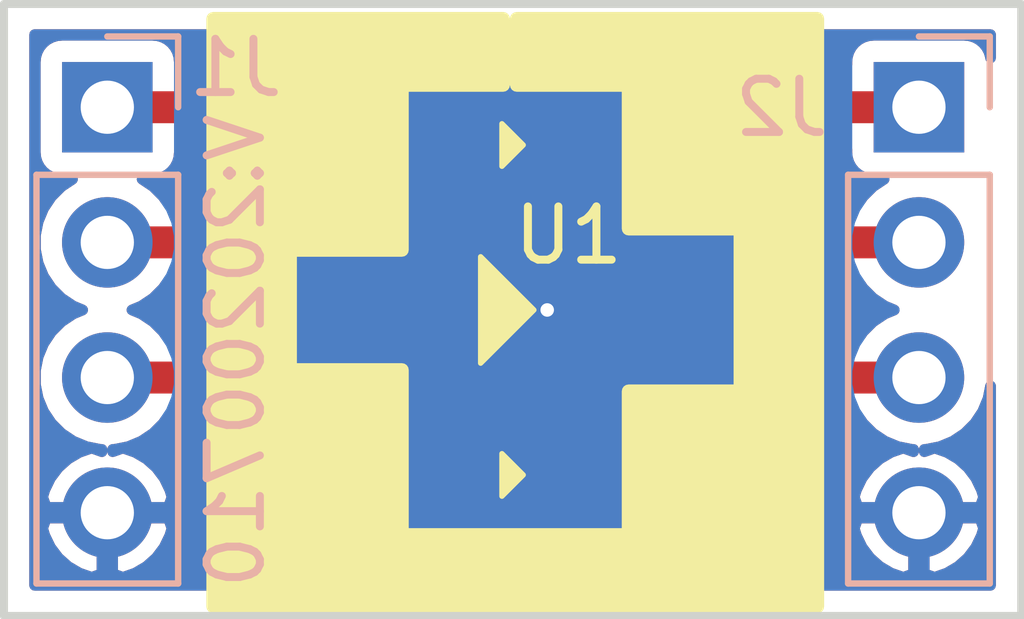
<source format=kicad_pcb>
(kicad_pcb (version 20171130) (host pcbnew 5.1.6-c6e7f7d~86~ubuntu19.10.1)

  (general
    (thickness 1.6)
    (drawings 4)
    (tracks 19)
    (zones 0)
    (modules 4)
    (nets 8)
  )

  (page A4)
  (layers
    (0 F.Cu signal)
    (31 B.Cu signal)
    (32 B.Adhes user)
    (33 F.Adhes user)
    (34 B.Paste user)
    (35 F.Paste user)
    (36 B.SilkS user)
    (37 F.SilkS user)
    (38 B.Mask user)
    (39 F.Mask user)
    (40 Dwgs.User user)
    (41 Cmts.User user)
    (42 Eco1.User user)
    (43 Eco2.User user)
    (44 Edge.Cuts user)
    (45 Margin user)
    (46 B.CrtYd user)
    (47 F.CrtYd user)
    (48 B.Fab user)
    (49 F.Fab user)
  )

  (setup
    (last_trace_width 0.6)
    (user_trace_width 0.1524)
    (user_trace_width 0.2)
    (user_trace_width 0.3)
    (user_trace_width 0.4)
    (user_trace_width 0.6)
    (user_trace_width 1)
    (user_trace_width 1.5)
    (user_trace_width 2)
    (trace_clearance 0.1524)
    (zone_clearance 0.4)
    (zone_45_only no)
    (trace_min 0.1524)
    (via_size 0.381)
    (via_drill 0.254)
    (via_min_size 0.381)
    (via_min_drill 0.254)
    (user_via 0.4 0.254)
    (user_via 0.6 0.4)
    (user_via 0.8 0.6)
    (user_via 1 0.8)
    (user_via 1.3 1)
    (user_via 1.5 1.2)
    (user_via 1.7 1.4)
    (user_via 1.9 1.6)
    (uvia_size 0.381)
    (uvia_drill 0.254)
    (uvias_allowed no)
    (uvia_min_size 0.381)
    (uvia_min_drill 0.254)
    (edge_width 0.508)
    (segment_width 0.2)
    (pcb_text_width 0.3)
    (pcb_text_size 1.5 1.5)
    (mod_edge_width 0.15)
    (mod_text_size 1 1)
    (mod_text_width 0.15)
    (pad_size 1.524 1.524)
    (pad_drill 0.762)
    (pad_to_mask_clearance 0.1)
    (solder_mask_min_width 0.1)
    (aux_axis_origin 0 0)
    (visible_elements FFFFFF7F)
    (pcbplotparams
      (layerselection 0x010fc_ffffffff)
      (usegerberextensions true)
      (usegerberattributes false)
      (usegerberadvancedattributes false)
      (creategerberjobfile false)
      (excludeedgelayer true)
      (linewidth 0.100000)
      (plotframeref false)
      (viasonmask false)
      (mode 1)
      (useauxorigin false)
      (hpglpennumber 1)
      (hpglpenspeed 20)
      (hpglpendiameter 15.000000)
      (psnegative false)
      (psa4output false)
      (plotreference true)
      (plotvalue true)
      (plotinvisibletext false)
      (padsonsilk false)
      (subtractmaskfromsilk false)
      (outputformat 1)
      (mirror false)
      (drillshape 0)
      (scaleselection 1)
      (outputdirectory "OSH_Park_2_layer_plots"))
  )

  (net 0 "")
  (net 1 /LED1_A)
  (net 2 /LED1_C)
  (net 3 /LED2_A)
  (net 4 /LED2_C)
  (net 5 /PD_A)
  (net 6 /PD_C)
  (net 7 /VSS)

  (net_class Default "This is the default net class."
    (clearance 0.1524)
    (trace_width 0.1524)
    (via_dia 0.381)
    (via_drill 0.254)
    (uvia_dia 0.381)
    (uvia_drill 0.254)
    (add_net /LED1_A)
    (add_net /LED1_C)
    (add_net /LED2_A)
    (add_net /LED2_C)
    (add_net /PD_A)
    (add_net /PD_C)
    (add_net /VSS)
  )

  (module SquantorOpto:PPG_sensor_front (layer F.Cu) (tedit 5F088900) (tstamp 5F08053E)
    (at 162.55 101.6)
    (descr "combination of SFH2440 and two 0805 LEDS")
    (tags "PPG sensor")
    (path /5F07B38F)
    (fp_text reference U1 (at 1.05 -1.4) (layer F.SilkS)
      (effects (font (size 1 1) (thickness 0.15)))
    )
    (fp_text value PPG_sensor (at 0 4.6) (layer F.Fab)
      (effects (font (size 1 1) (thickness 0.15)))
    )
    (fp_poly (pts (xy 0.2 -3.1) (xy -0.2 -2.7) (xy -0.2 -3.5)) (layer F.SilkS) (width 0.1))
    (fp_poly (pts (xy 0.2 3.1) (xy -0.2 3.5) (xy -0.2 2.7)) (layer F.SilkS) (width 0.1))
    (fp_poly (pts (xy 0.4 0) (xy -0.6 1) (xy -0.6 -1)) (layer F.SilkS) (width 0.1))
    (fp_line (start -2 -1) (end -4.1 -1) (layer F.CrtYd) (width 0.12))
    (fp_line (start -4.1 -1) (end -4.1 1) (layer F.CrtYd) (width 0.12))
    (fp_line (start -4.1 1) (end -2 1) (layer F.CrtYd) (width 0.12))
    (fp_line (start -2 1) (end -2 4.1) (layer F.CrtYd) (width 0.12))
    (fp_line (start -2 4.1) (end 2 4.1) (layer F.CrtYd) (width 0.12))
    (fp_line (start 2 4.1) (end 2 1.4) (layer F.CrtYd) (width 0.12))
    (fp_line (start 2 1.4) (end 4.1 1.4) (layer F.CrtYd) (width 0.12))
    (fp_line (start 4.1 1.4) (end 4.1 -1.4) (layer F.CrtYd) (width 0.12))
    (fp_line (start 4.1 -1.4) (end 2 -1.4) (layer F.CrtYd) (width 0.12))
    (fp_line (start -2 -1) (end -2 -4.1) (layer F.CrtYd) (width 0.12))
    (fp_line (start -2 -4.1) (end 2 -4.1) (layer F.CrtYd) (width 0.12))
    (fp_line (start 2 -4.1) (end 2 -1.4) (layer F.CrtYd) (width 0.12))
    (pad 5 smd rect (at 3.05 0) (size 1.4 2) (layers F.Cu F.Paste F.Mask)
      (net 6 /PD_C))
    (pad 2 smd rect (at -3.05 0) (size 1.4 1.2) (layers F.Cu F.Paste F.Mask)
      (net 5 /PD_A))
    (pad 1 smd rect (at -1.05 3.1) (size 1.2 1.2) (layers F.Cu F.Paste F.Mask)
      (net 1 /LED1_A))
    (pad 3 smd rect (at -1.05 -3.1) (size 1.2 1.2) (layers F.Cu F.Paste F.Mask)
      (net 3 /LED2_A))
    (pad 4 smd roundrect (at 1.05 -3.1) (size 1.2 1.2) (layers F.Cu F.Paste F.Mask) (roundrect_rratio 0.25)
      (net 4 /LED2_C))
    (pad 6 smd roundrect (at 1.05 3.1) (size 1.2 1.2) (layers F.Cu F.Paste F.Mask) (roundrect_rratio 0.25)
      (net 2 /LED1_C))
  )

  (module Connector_PinHeader_2.54mm:PinHeader_1x04_P2.54mm_Vertical (layer B.Cu) (tedit 59FED5CC) (tstamp 5F080FAA)
    (at 170.18 97.79 180)
    (descr "Through hole straight pin header, 1x04, 2.54mm pitch, single row")
    (tags "Through hole pin header THT 1x04 2.54mm single row")
    (path /5D277F89)
    (fp_text reference J2 (at 2.58 -0.01) (layer B.SilkS)
      (effects (font (size 1 1) (thickness 0.15)) (justify mirror))
    )
    (fp_text value Conn_01x04 (at 0 -9.95) (layer B.Fab) hide
      (effects (font (size 1 1) (thickness 0.15)) (justify mirror))
    )
    (fp_line (start 1.8 1.8) (end -1.8 1.8) (layer B.CrtYd) (width 0.05))
    (fp_line (start 1.8 -9.4) (end 1.8 1.8) (layer B.CrtYd) (width 0.05))
    (fp_line (start -1.8 -9.4) (end 1.8 -9.4) (layer B.CrtYd) (width 0.05))
    (fp_line (start -1.8 1.8) (end -1.8 -9.4) (layer B.CrtYd) (width 0.05))
    (fp_line (start -1.33 1.33) (end 0 1.33) (layer B.SilkS) (width 0.12))
    (fp_line (start -1.33 0) (end -1.33 1.33) (layer B.SilkS) (width 0.12))
    (fp_line (start -1.33 -1.27) (end 1.33 -1.27) (layer B.SilkS) (width 0.12))
    (fp_line (start 1.33 -1.27) (end 1.33 -8.95) (layer B.SilkS) (width 0.12))
    (fp_line (start -1.33 -1.27) (end -1.33 -8.95) (layer B.SilkS) (width 0.12))
    (fp_line (start -1.33 -8.95) (end 1.33 -8.95) (layer B.SilkS) (width 0.12))
    (fp_line (start -1.27 0.635) (end -0.635 1.27) (layer B.Fab) (width 0.1))
    (fp_line (start -1.27 -8.89) (end -1.27 0.635) (layer B.Fab) (width 0.1))
    (fp_line (start 1.27 -8.89) (end -1.27 -8.89) (layer B.Fab) (width 0.1))
    (fp_line (start 1.27 1.27) (end 1.27 -8.89) (layer B.Fab) (width 0.1))
    (fp_line (start -0.635 1.27) (end 1.27 1.27) (layer B.Fab) (width 0.1))
    (fp_text user %R (at 0 -3.81 270) (layer B.Fab)
      (effects (font (size 1 1) (thickness 0.15)) (justify mirror))
    )
    (pad 4 thru_hole oval (at 0 -7.62 180) (size 1.7 1.7) (drill 1) (layers *.Cu *.Mask)
      (net 7 /VSS))
    (pad 3 thru_hole oval (at 0 -5.08 180) (size 1.7 1.7) (drill 1) (layers *.Cu *.Mask)
      (net 2 /LED1_C))
    (pad 2 thru_hole oval (at 0 -2.54 180) (size 1.7 1.7) (drill 1) (layers *.Cu *.Mask)
      (net 6 /PD_C))
    (pad 1 thru_hole rect (at 0 0 180) (size 1.7 1.7) (drill 1) (layers *.Cu *.Mask)
      (net 4 /LED2_C))
    (model ${KISYS3DMOD}/Connector_PinHeader_2.54mm.3dshapes/PinHeader_1x04_P2.54mm_Vertical.wrl
      (at (xyz 0 0 0))
      (scale (xyz 1 1 1))
      (rotate (xyz 0 0 0))
    )
  )

  (module Connector_PinHeader_2.54mm:PinHeader_1x04_P2.54mm_Vertical (layer B.Cu) (tedit 59FED5CC) (tstamp 5D27E54E)
    (at 154.94 97.79 180)
    (descr "Through hole straight pin header, 1x04, 2.54mm pitch, single row")
    (tags "Through hole pin header THT 1x04 2.54mm single row")
    (path /5D277621)
    (fp_text reference J1 (at -2.41 0.74) (layer B.SilkS)
      (effects (font (size 1 1) (thickness 0.15)) (justify mirror))
    )
    (fp_text value Conn_01x04 (at 0 -9.95) (layer B.Fab) hide
      (effects (font (size 1 1) (thickness 0.15)) (justify mirror))
    )
    (fp_line (start 1.8 1.8) (end -1.8 1.8) (layer B.CrtYd) (width 0.05))
    (fp_line (start 1.8 -9.4) (end 1.8 1.8) (layer B.CrtYd) (width 0.05))
    (fp_line (start -1.8 -9.4) (end 1.8 -9.4) (layer B.CrtYd) (width 0.05))
    (fp_line (start -1.8 1.8) (end -1.8 -9.4) (layer B.CrtYd) (width 0.05))
    (fp_line (start -1.33 1.33) (end 0 1.33) (layer B.SilkS) (width 0.12))
    (fp_line (start -1.33 0) (end -1.33 1.33) (layer B.SilkS) (width 0.12))
    (fp_line (start -1.33 -1.27) (end 1.33 -1.27) (layer B.SilkS) (width 0.12))
    (fp_line (start 1.33 -1.27) (end 1.33 -8.95) (layer B.SilkS) (width 0.12))
    (fp_line (start -1.33 -1.27) (end -1.33 -8.95) (layer B.SilkS) (width 0.12))
    (fp_line (start -1.33 -8.95) (end 1.33 -8.95) (layer B.SilkS) (width 0.12))
    (fp_line (start -1.27 0.635) (end -0.635 1.27) (layer B.Fab) (width 0.1))
    (fp_line (start -1.27 -8.89) (end -1.27 0.635) (layer B.Fab) (width 0.1))
    (fp_line (start 1.27 -8.89) (end -1.27 -8.89) (layer B.Fab) (width 0.1))
    (fp_line (start 1.27 1.27) (end 1.27 -8.89) (layer B.Fab) (width 0.1))
    (fp_line (start -0.635 1.27) (end 1.27 1.27) (layer B.Fab) (width 0.1))
    (fp_text user %R (at 0 -3.81 270) (layer B.Fab)
      (effects (font (size 1 1) (thickness 0.15)) (justify mirror))
    )
    (pad 4 thru_hole oval (at 0 -7.62 180) (size 1.7 1.7) (drill 1) (layers *.Cu *.Mask)
      (net 7 /VSS))
    (pad 3 thru_hole oval (at 0 -5.08 180) (size 1.7 1.7) (drill 1) (layers *.Cu *.Mask)
      (net 1 /LED1_A))
    (pad 2 thru_hole oval (at 0 -2.54 180) (size 1.7 1.7) (drill 1) (layers *.Cu *.Mask)
      (net 5 /PD_A))
    (pad 1 thru_hole rect (at 0 0 180) (size 1.7 1.7) (drill 1) (layers *.Cu *.Mask)
      (net 3 /LED2_A))
    (model ${KISYS3DMOD}/Connector_PinHeader_2.54mm.3dshapes/PinHeader_1x04_P2.54mm_Vertical.wrl
      (at (xyz 0 0 0))
      (scale (xyz 1 1 1))
      (rotate (xyz 0 0 0))
    )
  )

  (module SquantorLabels:Label_version (layer B.Cu) (tedit 5B5A1E49) (tstamp 5B96DD88)
    (at 157.25 102.6 90)
    (path /5A1357A5)
    (fp_text reference N2 (at 0 -1.4 90) (layer B.Fab) hide
      (effects (font (size 1 1) (thickness 0.15)) (justify mirror))
    )
    (fp_text value 20200710 (at -0.4 0.1 90) (layer B.SilkS)
      (effects (font (size 1 1) (thickness 0.15)) (justify mirror))
    )
    (fp_text user V: (at 4 0.1 90) (layer B.SilkS)
      (effects (font (size 1 1) (thickness 0.15)) (justify mirror))
    )
  )

  (gr_line (start 153 107.35) (end 153 95.85) (layer Edge.Cuts) (width 0.15) (tstamp 5D27E982))
  (gr_line (start 172.1 107.35) (end 153 107.35) (layer Edge.Cuts) (width 0.15))
  (gr_line (start 172.1 95.85) (end 172.1 107.35) (layer Edge.Cuts) (width 0.15))
  (gr_line (start 153 95.85) (end 172.1 95.85) (layer Edge.Cuts) (width 0.15))

  (segment (start 161.5 104.7) (end 158.6 104.7) (width 0.6) (layer F.Cu) (net 1))
  (segment (start 156.77 102.87) (end 154.94 102.87) (width 0.6) (layer F.Cu) (net 1))
  (segment (start 158.6 104.7) (end 156.77 102.87) (width 0.6) (layer F.Cu) (net 1))
  (segment (start 163.6 104.7) (end 166.6 104.7) (width 0.6) (layer F.Cu) (net 2))
  (segment (start 168.43 102.87) (end 170.18 102.87) (width 0.6) (layer F.Cu) (net 2))
  (segment (start 166.6 104.7) (end 168.43 102.87) (width 0.6) (layer F.Cu) (net 2))
  (segment (start 156.79 97.79) (end 154.94 97.79) (width 0.6) (layer F.Cu) (net 3))
  (segment (start 161.5 98.5) (end 157.5 98.5) (width 0.6) (layer F.Cu) (net 3))
  (segment (start 157.5 98.5) (end 156.79 97.79) (width 0.6) (layer F.Cu) (net 3))
  (segment (start 163.6 98.5) (end 167.7 98.5) (width 0.6) (layer F.Cu) (net 4))
  (segment (start 168.41 97.79) (end 170.18 97.79) (width 0.6) (layer F.Cu) (net 4))
  (segment (start 167.7 98.5) (end 168.41 97.79) (width 0.6) (layer F.Cu) (net 4))
  (segment (start 159.5 101.6) (end 158.1 101.6) (width 0.6) (layer F.Cu) (net 5))
  (segment (start 156.83 100.33) (end 154.94 100.33) (width 0.6) (layer F.Cu) (net 5))
  (segment (start 158.1 101.6) (end 156.83 100.33) (width 0.6) (layer F.Cu) (net 5))
  (segment (start 165.6 101.6) (end 167.2 101.6) (width 0.6) (layer F.Cu) (net 6))
  (segment (start 168.47 100.33) (end 170.18 100.33) (width 0.6) (layer F.Cu) (net 6))
  (segment (start 167.2 101.6) (end 168.47 100.33) (width 0.6) (layer F.Cu) (net 6))
  (via (at 163.2 101.6) (size 0.381) (drill 0.254) (layers F.Cu B.Cu) (net 7))

  (zone (net 7) (net_name /VSS) (layer F.Cu) (tstamp 0) (hatch edge 0.508)
    (connect_pads (clearance 0.4))
    (min_thickness 0.2)
    (fill yes (arc_segments 32) (thermal_gap 0.3) (thermal_bridge_width 0.4))
    (polygon
      (pts
        (xy 172.1 107.35) (xy 153 107.35) (xy 153 95.85) (xy 172.1 95.85)
      )
    )
    (filled_polygon
      (pts
        (xy 171.525 96.864676) (xy 171.522765 96.841983) (xy 171.494175 96.747733) (xy 171.447746 96.660871) (xy 171.385264 96.584736)
        (xy 171.309129 96.522254) (xy 171.222267 96.475825) (xy 171.128017 96.447235) (xy 171.03 96.437581) (xy 169.33 96.437581)
        (xy 169.231983 96.447235) (xy 169.137733 96.475825) (xy 169.050871 96.522254) (xy 168.974736 96.584736) (xy 168.912254 96.660871)
        (xy 168.865825 96.747733) (xy 168.837235 96.841983) (xy 168.827581 96.94) (xy 168.827581 96.99) (xy 168.449291 96.99)
        (xy 168.41 96.98613) (xy 168.370709 96.99) (xy 168.370707 96.99) (xy 168.253173 97.001576) (xy 168.102372 97.047321)
        (xy 167.963393 97.121607) (xy 167.872099 97.19653) (xy 167.841578 97.221578) (xy 167.816531 97.252098) (xy 167.36863 97.7)
        (xy 164.522706 97.7) (xy 164.467396 97.632604) (xy 164.3458 97.532813) (xy 164.207072 97.458662) (xy 164.056544 97.412999)
        (xy 163.9 97.397581) (xy 163.3 97.397581) (xy 163.143456 97.412999) (xy 162.992928 97.458662) (xy 162.8542 97.532813)
        (xy 162.732604 97.632604) (xy 162.632813 97.7542) (xy 162.595022 97.824902) (xy 162.592765 97.801983) (xy 162.564175 97.707733)
        (xy 162.517746 97.620871) (xy 162.455264 97.544736) (xy 162.379129 97.482254) (xy 162.292267 97.435825) (xy 162.198017 97.407235)
        (xy 162.1 97.397581) (xy 160.9 97.397581) (xy 160.801983 97.407235) (xy 160.707733 97.435825) (xy 160.620871 97.482254)
        (xy 160.544736 97.544736) (xy 160.482254 97.620871) (xy 160.439958 97.7) (xy 157.831371 97.7) (xy 157.383473 97.252103)
        (xy 157.358422 97.221578) (xy 157.236606 97.121607) (xy 157.097628 97.047321) (xy 156.946827 97.001576) (xy 156.829293 96.99)
        (xy 156.829291 96.99) (xy 156.79 96.98613) (xy 156.750709 96.99) (xy 156.292419 96.99) (xy 156.292419 96.94)
        (xy 156.282765 96.841983) (xy 156.254175 96.747733) (xy 156.207746 96.660871) (xy 156.145264 96.584736) (xy 156.069129 96.522254)
        (xy 155.982267 96.475825) (xy 155.888017 96.447235) (xy 155.79 96.437581) (xy 154.09 96.437581) (xy 153.991983 96.447235)
        (xy 153.897733 96.475825) (xy 153.810871 96.522254) (xy 153.734736 96.584736) (xy 153.672254 96.660871) (xy 153.625825 96.747733)
        (xy 153.597235 96.841983) (xy 153.587581 96.94) (xy 153.587581 98.64) (xy 153.597235 98.738017) (xy 153.625825 98.832267)
        (xy 153.672254 98.919129) (xy 153.734736 98.995264) (xy 153.810871 99.057746) (xy 153.897733 99.104175) (xy 153.991983 99.132765)
        (xy 154.09 99.142419) (xy 154.287405 99.142419) (xy 154.079425 99.281387) (xy 153.891387 99.469425) (xy 153.743646 99.690535)
        (xy 153.64188 99.93622) (xy 153.59 100.197037) (xy 153.59 100.462963) (xy 153.64188 100.72378) (xy 153.743646 100.969465)
        (xy 153.891387 101.190575) (xy 154.079425 101.378613) (xy 154.300535 101.526354) (xy 154.478332 101.6) (xy 154.300535 101.673646)
        (xy 154.079425 101.821387) (xy 153.891387 102.009425) (xy 153.743646 102.230535) (xy 153.64188 102.47622) (xy 153.59 102.737037)
        (xy 153.59 103.002963) (xy 153.64188 103.26378) (xy 153.743646 103.509465) (xy 153.891387 103.730575) (xy 154.079425 103.918613)
        (xy 154.300535 104.066354) (xy 154.54622 104.16812) (xy 154.807037 104.22) (xy 154.839998 104.22) (xy 154.839998 104.264001)
        (xy 154.646314 104.194986) (xy 154.41492 104.275627) (xy 154.203704 104.399862) (xy 154.020784 104.562916) (xy 153.873189 104.758523)
        (xy 153.766591 104.979165) (xy 153.72499 105.116315) (xy 153.794356 105.31) (xy 154.84 105.31) (xy 154.84 105.29)
        (xy 155.04 105.29) (xy 155.04 105.31) (xy 156.085644 105.31) (xy 156.15501 105.116315) (xy 156.113409 104.979165)
        (xy 156.006811 104.758523) (xy 155.859216 104.562916) (xy 155.676296 104.399862) (xy 155.46508 104.275627) (xy 155.233686 104.194986)
        (xy 155.040002 104.264001) (xy 155.040002 104.22) (xy 155.072963 104.22) (xy 155.33378 104.16812) (xy 155.579465 104.066354)
        (xy 155.800575 103.918613) (xy 155.988613 103.730575) (xy 156.029088 103.67) (xy 156.43863 103.67) (xy 158.006527 105.237897)
        (xy 158.031578 105.268422) (xy 158.105233 105.328869) (xy 158.153393 105.368393) (xy 158.292372 105.442679) (xy 158.443173 105.488424)
        (xy 158.560707 105.5) (xy 158.560709 105.5) (xy 158.6 105.50387) (xy 158.639291 105.5) (xy 160.439958 105.5)
        (xy 160.482254 105.579129) (xy 160.544736 105.655264) (xy 160.620871 105.717746) (xy 160.707733 105.764175) (xy 160.801983 105.792765)
        (xy 160.9 105.802419) (xy 162.1 105.802419) (xy 162.198017 105.792765) (xy 162.292267 105.764175) (xy 162.379129 105.717746)
        (xy 162.455264 105.655264) (xy 162.517746 105.579129) (xy 162.564175 105.492267) (xy 162.592765 105.398017) (xy 162.595022 105.375098)
        (xy 162.632813 105.4458) (xy 162.732604 105.567396) (xy 162.8542 105.667187) (xy 162.992928 105.741338) (xy 163.143456 105.787001)
        (xy 163.3 105.802419) (xy 163.9 105.802419) (xy 164.056544 105.787001) (xy 164.207072 105.741338) (xy 164.277516 105.703685)
        (xy 168.96499 105.703685) (xy 169.006591 105.840835) (xy 169.113189 106.061477) (xy 169.260784 106.257084) (xy 169.443704 106.420138)
        (xy 169.65492 106.544373) (xy 169.886314 106.625014) (xy 170.08 106.555998) (xy 170.08 105.51) (xy 170.28 105.51)
        (xy 170.28 106.555998) (xy 170.473686 106.625014) (xy 170.70508 106.544373) (xy 170.916296 106.420138) (xy 171.099216 106.257084)
        (xy 171.246811 106.061477) (xy 171.353409 105.840835) (xy 171.39501 105.703685) (xy 171.325644 105.51) (xy 170.28 105.51)
        (xy 170.08 105.51) (xy 169.034356 105.51) (xy 168.96499 105.703685) (xy 164.277516 105.703685) (xy 164.3458 105.667187)
        (xy 164.467396 105.567396) (xy 164.522706 105.5) (xy 166.560709 105.5) (xy 166.6 105.50387) (xy 166.639291 105.5)
        (xy 166.639293 105.5) (xy 166.756827 105.488424) (xy 166.907628 105.442679) (xy 167.046606 105.368393) (xy 167.168422 105.268422)
        (xy 167.193473 105.237897) (xy 168.76137 103.67) (xy 169.090912 103.67) (xy 169.131387 103.730575) (xy 169.319425 103.918613)
        (xy 169.540535 104.066354) (xy 169.78622 104.16812) (xy 170.047037 104.22) (xy 170.079998 104.22) (xy 170.079998 104.264001)
        (xy 169.886314 104.194986) (xy 169.65492 104.275627) (xy 169.443704 104.399862) (xy 169.260784 104.562916) (xy 169.113189 104.758523)
        (xy 169.006591 104.979165) (xy 168.96499 105.116315) (xy 169.034356 105.31) (xy 170.08 105.31) (xy 170.08 105.29)
        (xy 170.28 105.29) (xy 170.28 105.31) (xy 171.325644 105.31) (xy 171.39501 105.116315) (xy 171.353409 104.979165)
        (xy 171.246811 104.758523) (xy 171.099216 104.562916) (xy 170.916296 104.399862) (xy 170.70508 104.275627) (xy 170.473686 104.194986)
        (xy 170.280002 104.264001) (xy 170.280002 104.22) (xy 170.312963 104.22) (xy 170.57378 104.16812) (xy 170.819465 104.066354)
        (xy 171.040575 103.918613) (xy 171.228613 103.730575) (xy 171.376354 103.509465) (xy 171.47812 103.26378) (xy 171.525001 103.028096)
        (xy 171.525001 106.775) (xy 153.575 106.775) (xy 153.575 105.703685) (xy 153.72499 105.703685) (xy 153.766591 105.840835)
        (xy 153.873189 106.061477) (xy 154.020784 106.257084) (xy 154.203704 106.420138) (xy 154.41492 106.544373) (xy 154.646314 106.625014)
        (xy 154.84 106.555998) (xy 154.84 105.51) (xy 155.04 105.51) (xy 155.04 106.555998) (xy 155.233686 106.625014)
        (xy 155.46508 106.544373) (xy 155.676296 106.420138) (xy 155.859216 106.257084) (xy 156.006811 106.061477) (xy 156.113409 105.840835)
        (xy 156.15501 105.703685) (xy 156.085644 105.51) (xy 155.04 105.51) (xy 154.84 105.51) (xy 153.794356 105.51)
        (xy 153.72499 105.703685) (xy 153.575 105.703685) (xy 153.575 96.425) (xy 171.525 96.425)
      )
    )
    (filled_polygon
      (pts
        (xy 156.906531 99.037902) (xy 156.931578 99.068422) (xy 156.962098 99.093469) (xy 156.962099 99.09347) (xy 157.053393 99.168393)
        (xy 157.192372 99.242679) (xy 157.343173 99.288424) (xy 157.460707 99.3) (xy 157.460709 99.3) (xy 157.5 99.30387)
        (xy 157.539291 99.3) (xy 160.439958 99.3) (xy 160.482254 99.379129) (xy 160.544736 99.455264) (xy 160.620871 99.517746)
        (xy 160.707733 99.564175) (xy 160.801983 99.592765) (xy 160.9 99.602419) (xy 162.1 99.602419) (xy 162.198017 99.592765)
        (xy 162.292267 99.564175) (xy 162.379129 99.517746) (xy 162.455264 99.455264) (xy 162.517746 99.379129) (xy 162.564175 99.292267)
        (xy 162.592765 99.198017) (xy 162.595022 99.175098) (xy 162.632813 99.2458) (xy 162.732604 99.367396) (xy 162.8542 99.467187)
        (xy 162.992928 99.541338) (xy 163.143456 99.587001) (xy 163.3 99.602419) (xy 163.9 99.602419) (xy 164.056544 99.587001)
        (xy 164.207072 99.541338) (xy 164.3458 99.467187) (xy 164.467396 99.367396) (xy 164.522706 99.3) (xy 167.660709 99.3)
        (xy 167.7 99.30387) (xy 167.739291 99.3) (xy 167.739293 99.3) (xy 167.856827 99.288424) (xy 168.007628 99.242679)
        (xy 168.146606 99.168393) (xy 168.268422 99.068422) (xy 168.293473 99.037897) (xy 168.741371 98.59) (xy 168.827581 98.59)
        (xy 168.827581 98.64) (xy 168.837235 98.738017) (xy 168.865825 98.832267) (xy 168.912254 98.919129) (xy 168.974736 98.995264)
        (xy 169.050871 99.057746) (xy 169.137733 99.104175) (xy 169.231983 99.132765) (xy 169.33 99.142419) (xy 169.527405 99.142419)
        (xy 169.319425 99.281387) (xy 169.131387 99.469425) (xy 169.090912 99.53) (xy 168.509282 99.53) (xy 168.469999 99.526131)
        (xy 168.430716 99.53) (xy 168.430707 99.53) (xy 168.313173 99.541576) (xy 168.163427 99.587001) (xy 168.162372 99.587321)
        (xy 168.023393 99.661607) (xy 167.932098 99.736531) (xy 167.901578 99.761578) (xy 167.876531 99.792098) (xy 166.86863 100.8)
        (xy 166.802419 100.8) (xy 166.802419 100.6) (xy 166.792765 100.501983) (xy 166.764175 100.407733) (xy 166.717746 100.320871)
        (xy 166.655264 100.244736) (xy 166.579129 100.182254) (xy 166.492267 100.135825) (xy 166.398017 100.107235) (xy 166.3 100.097581)
        (xy 164.9 100.097581) (xy 164.801983 100.107235) (xy 164.707733 100.135825) (xy 164.620871 100.182254) (xy 164.544736 100.244736)
        (xy 164.482254 100.320871) (xy 164.435825 100.407733) (xy 164.407235 100.501983) (xy 164.397581 100.6) (xy 164.397581 102.6)
        (xy 164.407235 102.698017) (xy 164.435825 102.792267) (xy 164.482254 102.879129) (xy 164.544736 102.955264) (xy 164.620871 103.017746)
        (xy 164.707733 103.064175) (xy 164.801983 103.092765) (xy 164.9 103.102419) (xy 166.3 103.102419) (xy 166.398017 103.092765)
        (xy 166.492267 103.064175) (xy 166.579129 103.017746) (xy 166.655264 102.955264) (xy 166.717746 102.879129) (xy 166.764175 102.792267)
        (xy 166.792765 102.698017) (xy 166.802419 102.6) (xy 166.802419 102.4) (xy 167.160709 102.4) (xy 167.2 102.40387)
        (xy 167.239291 102.4) (xy 167.239293 102.4) (xy 167.356827 102.388424) (xy 167.507628 102.342679) (xy 167.646606 102.268393)
        (xy 167.768422 102.168422) (xy 167.793473 102.137897) (xy 168.801371 101.13) (xy 169.090912 101.13) (xy 169.131387 101.190575)
        (xy 169.319425 101.378613) (xy 169.540535 101.526354) (xy 169.718332 101.6) (xy 169.540535 101.673646) (xy 169.319425 101.821387)
        (xy 169.131387 102.009425) (xy 169.090912 102.07) (xy 168.469291 102.07) (xy 168.43 102.06613) (xy 168.390709 102.07)
        (xy 168.390707 102.07) (xy 168.273173 102.081576) (xy 168.122372 102.127321) (xy 167.983393 102.201607) (xy 167.948145 102.230535)
        (xy 167.861578 102.301578) (xy 167.836527 102.332103) (xy 166.26863 103.9) (xy 164.522706 103.9) (xy 164.467396 103.832604)
        (xy 164.3458 103.732813) (xy 164.207072 103.658662) (xy 164.056544 103.612999) (xy 163.9 103.597581) (xy 163.3 103.597581)
        (xy 163.143456 103.612999) (xy 162.992928 103.658662) (xy 162.8542 103.732813) (xy 162.732604 103.832604) (xy 162.632813 103.9542)
        (xy 162.595022 104.024902) (xy 162.592765 104.001983) (xy 162.564175 103.907733) (xy 162.517746 103.820871) (xy 162.455264 103.744736)
        (xy 162.379129 103.682254) (xy 162.292267 103.635825) (xy 162.198017 103.607235) (xy 162.1 103.597581) (xy 160.9 103.597581)
        (xy 160.801983 103.607235) (xy 160.707733 103.635825) (xy 160.620871 103.682254) (xy 160.544736 103.744736) (xy 160.482254 103.820871)
        (xy 160.439958 103.9) (xy 158.93137 103.9) (xy 157.363473 102.332103) (xy 157.338422 102.301578) (xy 157.216606 102.201607)
        (xy 157.077628 102.127321) (xy 156.926827 102.081576) (xy 156.809293 102.07) (xy 156.809291 102.07) (xy 156.77 102.06613)
        (xy 156.730709 102.07) (xy 156.029088 102.07) (xy 155.988613 102.009425) (xy 155.800575 101.821387) (xy 155.579465 101.673646)
        (xy 155.401668 101.6) (xy 155.579465 101.526354) (xy 155.800575 101.378613) (xy 155.988613 101.190575) (xy 156.029088 101.13)
        (xy 156.49863 101.13) (xy 157.506531 102.137902) (xy 157.531578 102.168422) (xy 157.562098 102.193469) (xy 157.653393 102.268393)
        (xy 157.792372 102.342679) (xy 157.943173 102.388424) (xy 158.060707 102.4) (xy 158.060716 102.4) (xy 158.099999 102.403869)
        (xy 158.139282 102.4) (xy 158.339958 102.4) (xy 158.382254 102.479129) (xy 158.444736 102.555264) (xy 158.520871 102.617746)
        (xy 158.607733 102.664175) (xy 158.701983 102.692765) (xy 158.8 102.702419) (xy 160.2 102.702419) (xy 160.298017 102.692765)
        (xy 160.392267 102.664175) (xy 160.479129 102.617746) (xy 160.555264 102.555264) (xy 160.617746 102.479129) (xy 160.664175 102.392267)
        (xy 160.692765 102.298017) (xy 160.702419 102.2) (xy 160.702419 101) (xy 160.692765 100.901983) (xy 160.664175 100.807733)
        (xy 160.617746 100.720871) (xy 160.555264 100.644736) (xy 160.479129 100.582254) (xy 160.392267 100.535825) (xy 160.298017 100.507235)
        (xy 160.2 100.497581) (xy 158.8 100.497581) (xy 158.701983 100.507235) (xy 158.607733 100.535825) (xy 158.520871 100.582254)
        (xy 158.444736 100.644736) (xy 158.382254 100.720871) (xy 158.3718 100.740429) (xy 157.423473 99.792103) (xy 157.398422 99.761578)
        (xy 157.276606 99.661607) (xy 157.137628 99.587321) (xy 156.986827 99.541576) (xy 156.869293 99.53) (xy 156.869291 99.53)
        (xy 156.83 99.52613) (xy 156.790709 99.53) (xy 156.029088 99.53) (xy 155.988613 99.469425) (xy 155.800575 99.281387)
        (xy 155.592595 99.142419) (xy 155.79 99.142419) (xy 155.888017 99.132765) (xy 155.982267 99.104175) (xy 156.069129 99.057746)
        (xy 156.145264 98.995264) (xy 156.207746 98.919129) (xy 156.254175 98.832267) (xy 156.282765 98.738017) (xy 156.292419 98.64)
        (xy 156.292419 98.59) (xy 156.45863 98.59)
      )
    )
  )
  (zone (net 0) (net_name "") (layer F.SilkS) (tstamp 0) (hatch edge 0.508)
    (connect_pads (clearance 0.2))
    (min_thickness 0.254)
    (fill yes (arc_segments 32) (thermal_gap 0.508) (thermal_bridge_width 0.508))
    (polygon
      (pts
        (xy 162.5 97.5) (xy 160.6 97.5) (xy 160.6 100.6) (xy 158.5 100.6) (xy 158.5 102.6)
        (xy 160.6 102.6) (xy 160.6 105.7) (xy 164.6 105.7) (xy 164.6 103) (xy 166.7 103)
        (xy 166.7 100.2) (xy 164.6 100.2) (xy 164.6 97.5) (xy 162.5 97.5) (xy 162.5 96)
        (xy 168.4 96) (xy 168.4 107.3) (xy 156.8 107.3) (xy 156.8 96) (xy 162.5 96)
      )
    )
    (filled_polygon
      (pts
        (xy 162.373 97.373) (xy 160.6 97.373) (xy 160.575224 97.37544) (xy 160.551399 97.382667) (xy 160.529443 97.394403)
        (xy 160.510197 97.410197) (xy 160.494403 97.429443) (xy 160.482667 97.451399) (xy 160.47544 97.475224) (xy 160.473 97.5)
        (xy 160.473 100.473) (xy 158.5 100.473) (xy 158.475224 100.47544) (xy 158.451399 100.482667) (xy 158.429443 100.494403)
        (xy 158.410197 100.510197) (xy 158.394403 100.529443) (xy 158.382667 100.551399) (xy 158.37544 100.575224) (xy 158.373 100.6)
        (xy 158.373 102.6) (xy 158.37544 102.624776) (xy 158.382667 102.648601) (xy 158.394403 102.670557) (xy 158.410197 102.689803)
        (xy 158.429443 102.705597) (xy 158.451399 102.717333) (xy 158.475224 102.72456) (xy 158.5 102.727) (xy 160.473 102.727)
        (xy 160.473 105.7) (xy 160.47544 105.724776) (xy 160.482667 105.748601) (xy 160.494403 105.770557) (xy 160.510197 105.789803)
        (xy 160.529443 105.805597) (xy 160.551399 105.817333) (xy 160.575224 105.82456) (xy 160.6 105.827) (xy 164.6 105.827)
        (xy 164.624776 105.82456) (xy 164.648601 105.817333) (xy 164.670557 105.805597) (xy 164.689803 105.789803) (xy 164.705597 105.770557)
        (xy 164.717333 105.748601) (xy 164.72456 105.724776) (xy 164.727 105.7) (xy 164.727 103.127) (xy 166.7 103.127)
        (xy 166.724776 103.12456) (xy 166.748601 103.117333) (xy 166.770557 103.105597) (xy 166.789803 103.089803) (xy 166.805597 103.070557)
        (xy 166.817333 103.048601) (xy 166.82456 103.024776) (xy 166.827 103) (xy 166.827 100.2) (xy 166.82456 100.175224)
        (xy 166.817333 100.151399) (xy 166.805597 100.129443) (xy 166.789803 100.110197) (xy 166.770557 100.094403) (xy 166.748601 100.082667)
        (xy 166.724776 100.07544) (xy 166.7 100.073) (xy 164.727 100.073) (xy 164.727 97.5) (xy 164.72456 97.475224)
        (xy 164.717333 97.451399) (xy 164.705597 97.429443) (xy 164.689803 97.410197) (xy 164.670557 97.394403) (xy 164.648601 97.382667)
        (xy 164.624776 97.37544) (xy 164.6 97.373) (xy 162.627 97.373) (xy 162.627 96.127) (xy 168.273 96.127)
        (xy 168.273 107.173) (xy 156.927 107.173) (xy 156.927 96.127) (xy 162.373 96.127)
      )
    )
  )
  (zone (net 7) (net_name /VSS) (layer B.Cu) (tstamp 0) (hatch edge 0.508)
    (connect_pads (clearance 0.4))
    (min_thickness 0.2)
    (fill yes (arc_segments 32) (thermal_gap 0.3) (thermal_bridge_width 0.4))
    (polygon
      (pts
        (xy 172.1 107.35) (xy 153 107.35) (xy 153 95.85) (xy 172.1 95.85)
      )
    )
    (filled_polygon
      (pts
        (xy 171.525 96.864676) (xy 171.522765 96.841983) (xy 171.494175 96.747733) (xy 171.447746 96.660871) (xy 171.385264 96.584736)
        (xy 171.309129 96.522254) (xy 171.222267 96.475825) (xy 171.128017 96.447235) (xy 171.03 96.437581) (xy 169.33 96.437581)
        (xy 169.231983 96.447235) (xy 169.137733 96.475825) (xy 169.050871 96.522254) (xy 168.974736 96.584736) (xy 168.912254 96.660871)
        (xy 168.865825 96.747733) (xy 168.837235 96.841983) (xy 168.827581 96.94) (xy 168.827581 98.64) (xy 168.837235 98.738017)
        (xy 168.865825 98.832267) (xy 168.912254 98.919129) (xy 168.974736 98.995264) (xy 169.050871 99.057746) (xy 169.137733 99.104175)
        (xy 169.231983 99.132765) (xy 169.33 99.142419) (xy 169.527405 99.142419) (xy 169.319425 99.281387) (xy 169.131387 99.469425)
        (xy 168.983646 99.690535) (xy 168.88188 99.93622) (xy 168.83 100.197037) (xy 168.83 100.462963) (xy 168.88188 100.72378)
        (xy 168.983646 100.969465) (xy 169.131387 101.190575) (xy 169.319425 101.378613) (xy 169.540535 101.526354) (xy 169.718332 101.6)
        (xy 169.540535 101.673646) (xy 169.319425 101.821387) (xy 169.131387 102.009425) (xy 168.983646 102.230535) (xy 168.88188 102.47622)
        (xy 168.83 102.737037) (xy 168.83 103.002963) (xy 168.88188 103.26378) (xy 168.983646 103.509465) (xy 169.131387 103.730575)
        (xy 169.319425 103.918613) (xy 169.540535 104.066354) (xy 169.78622 104.16812) (xy 170.047037 104.22) (xy 170.079998 104.22)
        (xy 170.079998 104.264001) (xy 169.886314 104.194986) (xy 169.65492 104.275627) (xy 169.443704 104.399862) (xy 169.260784 104.562916)
        (xy 169.113189 104.758523) (xy 169.006591 104.979165) (xy 168.96499 105.116315) (xy 169.034356 105.31) (xy 170.08 105.31)
        (xy 170.08 105.29) (xy 170.28 105.29) (xy 170.28 105.31) (xy 171.325644 105.31) (xy 171.39501 105.116315)
        (xy 171.353409 104.979165) (xy 171.246811 104.758523) (xy 171.099216 104.562916) (xy 170.916296 104.399862) (xy 170.70508 104.275627)
        (xy 170.473686 104.194986) (xy 170.280002 104.264001) (xy 170.280002 104.22) (xy 170.312963 104.22) (xy 170.57378 104.16812)
        (xy 170.819465 104.066354) (xy 171.040575 103.918613) (xy 171.228613 103.730575) (xy 171.376354 103.509465) (xy 171.47812 103.26378)
        (xy 171.525001 103.028096) (xy 171.525001 106.775) (xy 153.575 106.775) (xy 153.575 105.703685) (xy 153.72499 105.703685)
        (xy 153.766591 105.840835) (xy 153.873189 106.061477) (xy 154.020784 106.257084) (xy 154.203704 106.420138) (xy 154.41492 106.544373)
        (xy 154.646314 106.625014) (xy 154.84 106.555998) (xy 154.84 105.51) (xy 155.04 105.51) (xy 155.04 106.555998)
        (xy 155.233686 106.625014) (xy 155.46508 106.544373) (xy 155.676296 106.420138) (xy 155.859216 106.257084) (xy 156.006811 106.061477)
        (xy 156.113409 105.840835) (xy 156.15501 105.703685) (xy 168.96499 105.703685) (xy 169.006591 105.840835) (xy 169.113189 106.061477)
        (xy 169.260784 106.257084) (xy 169.443704 106.420138) (xy 169.65492 106.544373) (xy 169.886314 106.625014) (xy 170.08 106.555998)
        (xy 170.08 105.51) (xy 170.28 105.51) (xy 170.28 106.555998) (xy 170.473686 106.625014) (xy 170.70508 106.544373)
        (xy 170.916296 106.420138) (xy 171.099216 106.257084) (xy 171.246811 106.061477) (xy 171.353409 105.840835) (xy 171.39501 105.703685)
        (xy 171.325644 105.51) (xy 170.28 105.51) (xy 170.08 105.51) (xy 169.034356 105.51) (xy 168.96499 105.703685)
        (xy 156.15501 105.703685) (xy 156.085644 105.51) (xy 155.04 105.51) (xy 154.84 105.51) (xy 153.794356 105.51)
        (xy 153.72499 105.703685) (xy 153.575 105.703685) (xy 153.575 96.94) (xy 153.587581 96.94) (xy 153.587581 98.64)
        (xy 153.597235 98.738017) (xy 153.625825 98.832267) (xy 153.672254 98.919129) (xy 153.734736 98.995264) (xy 153.810871 99.057746)
        (xy 153.897733 99.104175) (xy 153.991983 99.132765) (xy 154.09 99.142419) (xy 154.287405 99.142419) (xy 154.079425 99.281387)
        (xy 153.891387 99.469425) (xy 153.743646 99.690535) (xy 153.64188 99.93622) (xy 153.59 100.197037) (xy 153.59 100.462963)
        (xy 153.64188 100.72378) (xy 153.743646 100.969465) (xy 153.891387 101.190575) (xy 154.079425 101.378613) (xy 154.300535 101.526354)
        (xy 154.478332 101.6) (xy 154.300535 101.673646) (xy 154.079425 101.821387) (xy 153.891387 102.009425) (xy 153.743646 102.230535)
        (xy 153.64188 102.47622) (xy 153.59 102.737037) (xy 153.59 103.002963) (xy 153.64188 103.26378) (xy 153.743646 103.509465)
        (xy 153.891387 103.730575) (xy 154.079425 103.918613) (xy 154.300535 104.066354) (xy 154.54622 104.16812) (xy 154.807037 104.22)
        (xy 154.839998 104.22) (xy 154.839998 104.264001) (xy 154.646314 104.194986) (xy 154.41492 104.275627) (xy 154.203704 104.399862)
        (xy 154.020784 104.562916) (xy 153.873189 104.758523) (xy 153.766591 104.979165) (xy 153.72499 105.116315) (xy 153.794356 105.31)
        (xy 154.84 105.31) (xy 154.84 105.29) (xy 155.04 105.29) (xy 155.04 105.31) (xy 156.085644 105.31)
        (xy 156.15501 105.116315) (xy 156.113409 104.979165) (xy 156.006811 104.758523) (xy 155.859216 104.562916) (xy 155.676296 104.399862)
        (xy 155.46508 104.275627) (xy 155.233686 104.194986) (xy 155.040002 104.264001) (xy 155.040002 104.22) (xy 155.072963 104.22)
        (xy 155.33378 104.16812) (xy 155.579465 104.066354) (xy 155.800575 103.918613) (xy 155.988613 103.730575) (xy 156.136354 103.509465)
        (xy 156.23812 103.26378) (xy 156.29 103.002963) (xy 156.29 102.737037) (xy 156.23812 102.47622) (xy 156.136354 102.230535)
        (xy 155.988613 102.009425) (xy 155.800575 101.821387) (xy 155.579465 101.673646) (xy 155.401668 101.6) (xy 155.579465 101.526354)
        (xy 155.800575 101.378613) (xy 155.988613 101.190575) (xy 156.136354 100.969465) (xy 156.23812 100.72378) (xy 156.29 100.462963)
        (xy 156.29 100.197037) (xy 156.23812 99.93622) (xy 156.136354 99.690535) (xy 155.988613 99.469425) (xy 155.800575 99.281387)
        (xy 155.592595 99.142419) (xy 155.79 99.142419) (xy 155.888017 99.132765) (xy 155.982267 99.104175) (xy 156.069129 99.057746)
        (xy 156.145264 98.995264) (xy 156.207746 98.919129) (xy 156.254175 98.832267) (xy 156.282765 98.738017) (xy 156.292419 98.64)
        (xy 156.292419 96.94) (xy 156.282765 96.841983) (xy 156.254175 96.747733) (xy 156.207746 96.660871) (xy 156.145264 96.584736)
        (xy 156.069129 96.522254) (xy 155.982267 96.475825) (xy 155.888017 96.447235) (xy 155.79 96.437581) (xy 154.09 96.437581)
        (xy 153.991983 96.447235) (xy 153.897733 96.475825) (xy 153.810871 96.522254) (xy 153.734736 96.584736) (xy 153.672254 96.660871)
        (xy 153.625825 96.747733) (xy 153.597235 96.841983) (xy 153.587581 96.94) (xy 153.575 96.94) (xy 153.575 96.425)
        (xy 171.525 96.425)
      )
    )
  )
)

</source>
